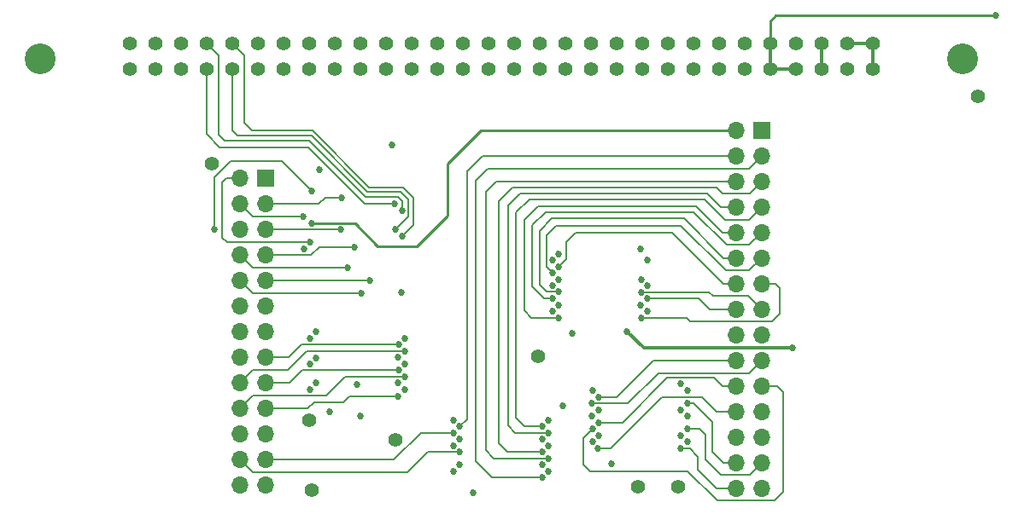
<source format=gbl>
G04 #@! TF.FileFunction,Copper,L4,Bot,Signal*
%FSLAX46Y46*%
G04 Gerber Fmt 4.6, Leading zero omitted, Abs format (unit mm)*
G04 Created by KiCad (PCBNEW 4.0.1-stable) date 2/17/2017 10:30:22 PM*
%MOMM*%
G01*
G04 APERTURE LIST*
%ADD10C,0.100000*%
%ADD11C,1.397000*%
%ADD12C,3.048000*%
%ADD13R,1.700000X1.700000*%
%ADD14O,1.700000X1.700000*%
%ADD15C,0.685800*%
%ADD16C,0.203200*%
%ADD17C,0.152400*%
%ADD18C,0.254000*%
%ADD19C,0.304800*%
G04 APERTURE END LIST*
D10*
D11*
X-36830000Y23704600D03*
X-36830000Y26244600D03*
X-34290000Y23704600D03*
X-34290000Y26244600D03*
X-31750000Y23704600D03*
X-31750000Y26244600D03*
X-29210000Y23704600D03*
X-29210000Y26244600D03*
X-26670000Y23704600D03*
X-26670000Y26244600D03*
X-24130000Y23704600D03*
X-24130000Y26244600D03*
X-21590000Y23704600D03*
X-21590000Y26244600D03*
X-19050000Y23704600D03*
X-19050000Y26244600D03*
X-16510000Y23704600D03*
X-16510000Y26244600D03*
X-13970000Y23704600D03*
X-13970000Y26244600D03*
X-11430000Y23704600D03*
X-11430000Y26244600D03*
X-8890000Y23704600D03*
X-8890000Y26244600D03*
X-6350000Y23704600D03*
X-6350000Y26244600D03*
X-3810000Y23704600D03*
X-3810000Y26244600D03*
X-1270000Y23704600D03*
X-1270000Y26244600D03*
X1270000Y23704600D03*
X1270000Y26244600D03*
X3810000Y23704600D03*
X3810000Y26244600D03*
X6350000Y23704600D03*
X6350000Y26244600D03*
X8890000Y23704600D03*
X8890000Y26244600D03*
X11430000Y23704600D03*
X11430000Y26244600D03*
X13970000Y23704600D03*
X13970000Y26244600D03*
X16510000Y23704600D03*
X16510000Y26244600D03*
X19050000Y23704600D03*
X19050000Y26244600D03*
X21590000Y23704600D03*
X21590000Y26244600D03*
X24130000Y23704600D03*
X24130000Y26244600D03*
X26670000Y23704600D03*
X26670000Y26244600D03*
X29210000Y23704600D03*
X29210000Y26244600D03*
X31750000Y23704600D03*
X31750000Y26244600D03*
X34290000Y23704600D03*
X34290000Y26244600D03*
X36830000Y23704600D03*
X36830000Y26244600D03*
D12*
X45720000Y24720600D03*
X-45720000Y24720600D03*
D13*
X25875000Y17600000D03*
D14*
X23335000Y17600000D03*
X25875000Y15060000D03*
X23335000Y15060000D03*
X25875000Y12520000D03*
X23335000Y12520000D03*
X25875000Y9980000D03*
X23335000Y9980000D03*
X25875000Y7440000D03*
X23335000Y7440000D03*
X25875000Y4900000D03*
X23335000Y4900000D03*
X25875000Y2360000D03*
X23335000Y2360000D03*
X25875000Y-180000D03*
X23335000Y-180000D03*
X25875000Y-2720000D03*
X23335000Y-2720000D03*
X25875000Y-5260000D03*
X23335000Y-5260000D03*
X25875000Y-7800000D03*
X23335000Y-7800000D03*
X25875000Y-10340000D03*
X23335000Y-10340000D03*
X25875000Y-12880000D03*
X23335000Y-12880000D03*
X25875000Y-15420000D03*
X23335000Y-15420000D03*
X25875000Y-17960000D03*
X23335000Y-17960000D03*
D13*
X-23325000Y12800000D03*
D14*
X-25865000Y12800000D03*
X-23325000Y10260000D03*
X-25865000Y10260000D03*
X-23325000Y7720000D03*
X-25865000Y7720000D03*
X-23325000Y5180000D03*
X-25865000Y5180000D03*
X-23325000Y2640000D03*
X-25865000Y2640000D03*
X-23325000Y100000D03*
X-25865000Y100000D03*
X-23325000Y-2440000D03*
X-25865000Y-2440000D03*
X-23325000Y-4980000D03*
X-25865000Y-4980000D03*
X-23325000Y-7520000D03*
X-25865000Y-7520000D03*
X-23325000Y-10060000D03*
X-25865000Y-10060000D03*
X-23325000Y-12600000D03*
X-25865000Y-12600000D03*
X-23325000Y-15140000D03*
X-25865000Y-15140000D03*
X-23325000Y-17680000D03*
X-25865000Y-17680000D03*
D11*
X13589000Y-17805400D03*
X17526000Y-17780000D03*
X-10490200Y-13131800D03*
X-18796000Y-18186400D03*
X3708400Y-4826000D03*
X47294800Y20929600D03*
X-28676600Y14274800D03*
X-19050000Y-11201400D03*
D15*
X-18897600Y6451600D03*
X-18796000Y8356600D03*
X-19583400Y8991600D03*
X-15798800Y10896600D03*
X-18745200Y11531600D03*
X-28371800Y7721600D03*
X-15900400Y7721600D03*
X18455640Y-9540240D03*
X-13919200Y-10769600D03*
X17830800Y-7594600D03*
X13868400Y5791200D03*
X6121400Y-9753600D03*
X-9855200Y1473200D03*
X-10795000Y16103600D03*
X7051040Y-2575560D03*
X10993120Y-15549880D03*
X-2763520Y-18445480D03*
X-19502120Y5821680D03*
X-17002760Y-10358120D03*
X-15240000Y3911600D03*
X-14554200Y5994400D03*
X-13843000Y1397000D03*
X-13030200Y2641600D03*
X-10129520Y-3713480D03*
X-9540240Y-4348480D03*
X-10144760Y-6253480D03*
X-9540240Y-6888480D03*
X-10165080Y-8798560D03*
X-4104640Y-14330680D03*
X-4709160Y-12440920D03*
X-4069080Y-11800840D03*
X4074160Y-16885920D03*
X4699000Y-14975840D03*
X4094480Y-14340840D03*
X4699000Y-12435840D03*
X4109720Y-11800840D03*
X5694680Y-1010920D03*
X5120640Y899160D03*
X5709920Y1539240D03*
X5105400Y3429000D03*
X5745480Y4069080D03*
X13888720Y-1016000D03*
X14513560Y894080D03*
X13909040Y1529080D03*
X9687560Y-8905240D03*
X9047480Y-9545320D03*
X9652000Y-11435080D03*
X9062720Y-12075160D03*
X9636760Y-13985240D03*
X17830800Y-13990320D03*
X-10505440Y10261600D03*
X-9809480Y9621520D03*
X-10444480Y7721600D03*
X-9779000Y7086600D03*
X-18933160Y-8158480D03*
X-18338800Y-7518400D03*
X-18968720Y-5618480D03*
X-18343880Y-4988560D03*
X-18928080Y-3078480D03*
X-9540240Y-3083560D03*
X-10165080Y-4978400D03*
X-9519920Y-5618480D03*
X-10175240Y-7518400D03*
X-9530080Y-8158480D03*
X-4693920Y-16245840D03*
X-4099560Y-15605760D03*
X-4729480Y-13705840D03*
X-4104640Y-13075920D03*
X-4688840Y-11165840D03*
X4709160Y-16245840D03*
X4064000Y-15605760D03*
X4719320Y-13705840D03*
X4074160Y-13065760D03*
X4699000Y-11170920D03*
X5120640Y-375920D03*
X5715000Y264160D03*
X5085080Y2164080D03*
X5709920Y2794000D03*
X5125720Y4704080D03*
X14523720Y-375920D03*
X13878560Y264160D03*
X14533880Y2164080D03*
X13888720Y2804160D03*
X14513560Y4699000D03*
X9067800Y-8270240D03*
X9652000Y-10180320D03*
X9027160Y-10810240D03*
X9657080Y-12710160D03*
X9062720Y-13350240D03*
X18455640Y-8275320D03*
X17830800Y-10170160D03*
X18475960Y-10810240D03*
X18465800Y-13350240D03*
X49072800Y28981400D03*
X5740400Y5339080D03*
X-14310360Y-7691120D03*
X-18313400Y-2443480D03*
X-17957800Y13726160D03*
X12512040Y-2367280D03*
X28874720Y-3992880D03*
X18455640Y-12080240D03*
X17820640Y-12710160D03*
D16*
X-18897600Y6451600D02*
X-27178000Y6451600D01*
X-27255800Y12800000D02*
X-27635200Y12420600D01*
X-27635200Y12420600D02*
X-27635200Y6908800D01*
X-27635200Y6908800D02*
X-27178000Y6451600D01*
X-27255800Y12800000D02*
X-25865000Y12800000D01*
D17*
X-18897600Y6451600D02*
X-18846800Y6451600D01*
D18*
X23335000Y17600000D02*
X-1998640Y17600000D01*
X-14478000Y8356600D02*
X-18796000Y8356600D01*
X-12212320Y6090920D02*
X-14478000Y8356600D01*
X-8336280Y6090920D02*
X-12212320Y6090920D01*
X-5293360Y9133840D02*
X-8336280Y6090920D01*
X-5293360Y14305280D02*
X-5293360Y9133840D01*
X-1998640Y17600000D02*
X-5293360Y14305280D01*
D16*
X-24622000Y9017000D02*
X-19608800Y9017000D01*
X-25865000Y10260000D02*
X-24622000Y9017000D01*
X-19608800Y9017000D02*
X-19583400Y8991600D01*
X-23325000Y10260000D02*
X-18061000Y10260000D01*
X-17424400Y10896600D02*
X-15798800Y10896600D01*
X-18061000Y10260000D02*
X-17424400Y10896600D01*
X-21742400Y14528800D02*
X-18745200Y11531600D01*
X-26797000Y14528800D02*
X-21742400Y14528800D01*
X-28371800Y12954000D02*
X-26797000Y14528800D01*
X-28371800Y7721600D02*
X-28371800Y12954000D01*
X-23325000Y7720000D02*
X-15902000Y7720000D01*
X-15902000Y7720000D02*
X-15900400Y7721600D01*
X19110960Y-9540240D02*
X18455640Y-9540240D01*
X20970240Y-11399520D02*
X19110960Y-9540240D01*
X20970240Y-14376400D02*
X20970240Y-11399520D01*
X23335000Y-15420000D02*
X22013840Y-15420000D01*
X22013840Y-15420000D02*
X20970240Y-14376400D01*
D18*
X-10795000Y16103600D02*
X-10795000Y16078200D01*
D19*
X34290000Y26244600D02*
X36830000Y26244600D01*
X36830000Y26244600D02*
X36830000Y23704600D01*
D16*
X-15240000Y3911600D02*
X-24596600Y3911600D01*
X-24596600Y3911600D02*
X-25865000Y5180000D01*
X-23325000Y5180000D02*
X-18848400Y5180000D01*
X-18034000Y5994400D02*
X-14554200Y5994400D01*
X-18848400Y5180000D02*
X-18034000Y5994400D01*
X-13843000Y1397000D02*
X-24622000Y1397000D01*
X-24622000Y1397000D02*
X-25865000Y2640000D01*
X-23325000Y2640000D02*
X-13031800Y2640000D01*
X-13031800Y2640000D02*
X-13030200Y2641600D01*
D17*
X-23325000Y100000D02*
X-23174200Y-50800D01*
D16*
X-23325000Y-4980000D02*
X-21068360Y-4980000D01*
X-19801840Y-3713480D02*
X-10129520Y-3713480D01*
X-21068360Y-4980000D02*
X-19801840Y-3713480D01*
X-10129520Y-3713480D02*
X-10129520Y-3718560D01*
X-25865000Y-7520000D02*
X-24573080Y-6228080D01*
X-19278600Y-4348480D02*
X-9540240Y-4348480D01*
X-21158200Y-6228080D02*
X-19278600Y-4348480D01*
X-24573080Y-6228080D02*
X-21158200Y-6228080D01*
X-23325000Y-7520000D02*
X-20956600Y-7520000D01*
X-19690080Y-6253480D02*
X-10144760Y-6253480D01*
X-20956600Y-7520000D02*
X-19690080Y-6253480D01*
X-25865000Y-10060000D02*
X-24583240Y-8778240D01*
X-15468600Y-6888480D02*
X-9540240Y-6888480D01*
X-17358360Y-8778240D02*
X-15468600Y-6888480D01*
X-24583240Y-8778240D02*
X-17358360Y-8778240D01*
X-23325000Y-10060000D02*
X-19204000Y-10060000D01*
X-15016480Y-8798560D02*
X-10165080Y-8798560D01*
X-15605760Y-9387840D02*
X-15016480Y-8798560D01*
X-18531840Y-9387840D02*
X-15605760Y-9387840D01*
X-19204000Y-10060000D02*
X-18531840Y-9387840D01*
X-25865000Y-15140000D02*
X-24622000Y-16383000D01*
X-7208520Y-14330680D02*
X-4104640Y-14330680D01*
X-9260840Y-16383000D02*
X-7208520Y-14330680D01*
X-24622000Y-16383000D02*
X-9260840Y-16383000D01*
X-23325000Y-15140000D02*
X-10628960Y-15140000D01*
X-7929880Y-12440920D02*
X-4709160Y-12440920D01*
X-10628960Y-15140000D02*
X-7929880Y-12440920D01*
X-4709160Y-12440920D02*
X-4709160Y-12435840D01*
X23335000Y15060000D02*
X-1866560Y15060000D01*
X-3378200Y-11109960D02*
X-4069080Y-11800840D01*
X-3378200Y13548360D02*
X-3378200Y-11109960D01*
X-1866560Y15060000D02*
X-3378200Y13548360D01*
X-4069080Y-11800840D02*
X-4099560Y-11831320D01*
X25875000Y15060000D02*
X24612280Y13797280D01*
X-873760Y-16885920D02*
X4074160Y-16885920D01*
X-2504440Y-15255240D02*
X-873760Y-16885920D01*
X-2504440Y12578080D02*
X-2504440Y-15255240D01*
X-1285240Y13797280D02*
X-2504440Y12578080D01*
X24612280Y13797280D02*
X-1285240Y13797280D01*
X23335000Y12520000D02*
X-459400Y12520000D01*
X-711200Y-14975840D02*
X4699000Y-14975840D01*
X-1518920Y-14168120D02*
X-711200Y-14975840D01*
X-1518920Y11460480D02*
X-1518920Y-14168120D01*
X-459400Y12520000D02*
X-1518920Y11460480D01*
X25875000Y12520000D02*
X24642760Y11287760D01*
X-223520Y9479280D02*
X-223520Y-13477240D01*
X-223520Y-13477240D02*
X640080Y-14340840D01*
X640080Y-14340840D02*
X4094480Y-14340840D01*
X-223520Y10571480D02*
X-223520Y9479280D01*
X1117600Y11912600D02*
X-223520Y10571480D01*
X21381720Y11912600D02*
X1117600Y11912600D01*
X22006560Y11287760D02*
X21381720Y11912600D01*
X24642760Y11287760D02*
X22006560Y11287760D01*
X1940560Y11328400D02*
X711200Y10099040D01*
X711200Y-11755120D02*
X711200Y10099040D01*
X21815720Y9980000D02*
X20467320Y11328400D01*
X20467320Y11328400D02*
X1940560Y11328400D01*
X1391920Y-12435840D02*
X4699000Y-12435840D01*
X711200Y-11755120D02*
X1391920Y-12435840D01*
X21815720Y9980000D02*
X23335000Y9980000D01*
X2352040Y-11800840D02*
X1468120Y-10916920D01*
X24617360Y8722360D02*
X22245320Y8722360D01*
X22245320Y8722360D02*
X20208240Y10759440D01*
X25875000Y9980000D02*
X24617360Y8722360D01*
X2372360Y-11800840D02*
X4109720Y-11800840D01*
X2352040Y-11800840D02*
X2372360Y-11800840D01*
X2814320Y10759440D02*
X1468120Y9413240D01*
X20208240Y10759440D02*
X2814320Y10759440D01*
X1468120Y-10916920D02*
X1468120Y9413240D01*
X4109720Y-11800840D02*
X4109720Y-11805920D01*
X3703320Y10078720D02*
X2321560Y8696960D01*
X2321560Y8696960D02*
X2321560Y-304800D01*
X22003680Y7440000D02*
X19364960Y10078720D01*
X19364960Y10078720D02*
X3703320Y10078720D01*
X3027680Y-1010920D02*
X5694680Y-1010920D01*
X2321560Y-304800D02*
X3027680Y-1010920D01*
X22003680Y7440000D02*
X23335000Y7440000D01*
X3098800Y8173720D02*
X3098800Y2082800D01*
X24627520Y6192520D02*
X22367240Y6192520D01*
X22367240Y6192520D02*
X19075400Y9484360D01*
X19075400Y9484360D02*
X4409440Y9484360D01*
X4409440Y9484360D02*
X3098800Y8173720D01*
X4282440Y899160D02*
X5120640Y899160D01*
X3098800Y2082800D02*
X4282440Y899160D01*
X24627520Y6192520D02*
X25875000Y7440000D01*
X3820160Y7609840D02*
X3820160Y2245360D01*
X22064640Y4900000D02*
X18135600Y8829040D01*
X18135600Y8829040D02*
X5039360Y8829040D01*
X5039360Y8829040D02*
X3820160Y7609840D01*
X4526280Y1539240D02*
X5709920Y1539240D01*
X3820160Y2245360D02*
X4526280Y1539240D01*
X22064640Y4900000D02*
X23335000Y4900000D01*
X4516122Y7167882D02*
X4516122Y4018278D01*
X25875000Y4900000D02*
X24632600Y3657600D01*
X4516122Y4018278D02*
X5105400Y3429000D01*
X5461000Y8112760D02*
X4516122Y7167882D01*
X17810480Y8112760D02*
X5461000Y8112760D01*
X22265640Y3657600D02*
X17810480Y8112760D01*
X24632600Y3657600D02*
X22265640Y3657600D01*
X5105400Y3429000D02*
X5105400Y3434080D01*
X23335000Y2360000D02*
X22024000Y2360000D01*
X6482080Y4805680D02*
X5745480Y4069080D01*
X6482080Y6461760D02*
X6482080Y4805680D01*
X7416800Y7396480D02*
X6482080Y6461760D01*
X16987520Y7396480D02*
X7416800Y7396480D01*
X22024000Y2360000D02*
X16987520Y7396480D01*
X5745480Y4069080D02*
X5715000Y4038600D01*
X18384520Y-1016000D02*
X18790920Y-1422400D01*
X18384520Y-1016000D02*
X13888720Y-1016000D01*
X26857960Y-1422400D02*
X27660600Y-619760D01*
X18790920Y-1422400D02*
X26857960Y-1422400D01*
X25875000Y2360000D02*
X27180200Y2360000D01*
X27660600Y1879600D02*
X27660600Y-619760D01*
X27180200Y2360000D02*
X27660600Y1879600D01*
X23335000Y-180000D02*
X20682880Y-180000D01*
X19608800Y894080D02*
X14513560Y894080D01*
X20682880Y-180000D02*
X19608800Y894080D01*
X25875000Y-180000D02*
X24546920Y1148080D01*
X20634960Y1529080D02*
X13909040Y1529080D01*
X21015960Y1148080D02*
X20634960Y1529080D01*
X24546920Y1148080D02*
X21015960Y1148080D01*
X23335000Y-5260000D02*
X15100640Y-5260000D01*
X11455400Y-8905240D02*
X9687560Y-8905240D01*
X15100640Y-5260000D02*
X11455400Y-8905240D01*
X9687560Y-8905240D02*
X9657080Y-8935720D01*
X25875000Y-5260000D02*
X24617360Y-6517640D01*
X12578080Y-9545320D02*
X9047480Y-9545320D01*
X15605760Y-6517640D02*
X12578080Y-9545320D01*
X24617360Y-6517640D02*
X15605760Y-6517640D01*
X9047480Y-9545320D02*
X9047480Y-9540240D01*
X23335000Y-7800000D02*
X21973200Y-7800000D01*
X21973200Y-7800000D02*
X21153120Y-6979920D01*
X21153120Y-6979920D02*
X16474440Y-6979920D01*
X12019280Y-11435080D02*
X9652000Y-11435080D01*
X16474440Y-6979920D02*
X12019280Y-11435080D01*
X25875000Y-7800000D02*
X27347840Y-7800000D01*
X8173720Y-12964160D02*
X9062720Y-12075160D01*
X8173720Y-15600680D02*
X8173720Y-12964160D01*
X8829040Y-16256000D02*
X8173720Y-15600680D01*
X18470880Y-16256000D02*
X8829040Y-16256000D01*
X21417280Y-19202400D02*
X18470880Y-16256000D01*
X27142440Y-19202400D02*
X21417280Y-19202400D01*
X28000960Y-18343880D02*
X27142440Y-19202400D01*
X28000960Y-8453120D02*
X28000960Y-18343880D01*
X27347840Y-7800000D02*
X28000960Y-8453120D01*
X23335000Y-10340000D02*
X21343280Y-10340000D01*
X21343280Y-10340000D02*
X19903440Y-8900160D01*
X19903440Y-8900160D02*
X15986760Y-8900160D01*
X10901680Y-13985240D02*
X9636760Y-13985240D01*
X15986760Y-8900160D02*
X10901680Y-13985240D01*
X23335000Y-17960000D02*
X21363600Y-17960000D01*
X21363600Y-17960000D02*
X19552920Y-16149320D01*
X19552920Y-16149320D02*
X19552920Y-14808200D01*
X18735040Y-13990320D02*
X17830800Y-13990320D01*
X19552920Y-14808200D02*
X18735040Y-13990320D01*
D19*
X31750000Y26244600D02*
X31750000Y23704600D01*
D16*
X-29210000Y17251680D02*
X-29210000Y23704600D01*
X-27879040Y15920720D02*
X-29210000Y17251680D01*
X-19126200Y15920720D02*
X-27879040Y15920720D01*
X-13467080Y10261600D02*
X-19126200Y15920720D01*
X-10505440Y10261600D02*
X-13467080Y10261600D01*
X-28021280Y25055880D02*
X-29210000Y26244600D01*
X-28021280Y17160240D02*
X-28021280Y25055880D01*
X-27391360Y16530320D02*
X-28021280Y17160240D01*
X-18989040Y16530320D02*
X-27391360Y16530320D01*
X-13421360Y10962640D02*
X-18989040Y16530320D01*
X-10195560Y10962640D02*
X-13421360Y10962640D01*
X-9809480Y10576560D02*
X-10195560Y10962640D01*
X-9809480Y9621520D02*
X-9809480Y10576560D01*
X-26670000Y17602200D02*
X-26670000Y23704600D01*
X-26131520Y17063720D02*
X-26670000Y17602200D01*
X-18785840Y17063720D02*
X-26131520Y17063720D01*
X-13223240Y11501120D02*
X-18785840Y17063720D01*
X-9951720Y11501120D02*
X-13223240Y11501120D01*
X-9149080Y10698480D02*
X-9951720Y11501120D01*
X-9149080Y9017000D02*
X-9149080Y10698480D01*
X-10444480Y7721600D02*
X-9149080Y9017000D01*
X-25476200Y25050800D02*
X-26670000Y26244600D01*
X-25476200Y18343880D02*
X-25476200Y25050800D01*
X-24709120Y17576800D02*
X-25476200Y18343880D01*
X-18709640Y17576800D02*
X-24709120Y17576800D01*
X-13070840Y11938000D02*
X-18709640Y17576800D01*
X-9738360Y11938000D02*
X-13070840Y11938000D01*
X-8661400Y10861040D02*
X-9738360Y11938000D01*
X-8661400Y8204200D02*
X-8661400Y10861040D01*
X-9779000Y7086600D02*
X-8661400Y8204200D01*
X-10175240Y-7518400D02*
X-10175240Y-7523480D01*
X4064000Y-15605760D02*
X4064000Y-15610840D01*
X13878560Y264160D02*
X13878560Y259080D01*
D18*
X26670000Y28422600D02*
X26670000Y26244600D01*
X27228800Y28981400D02*
X26670000Y28422600D01*
X49072800Y28981400D02*
X27228800Y28981400D01*
D19*
X26670000Y26244600D02*
X26670000Y23704600D01*
X26670000Y23704600D02*
X29210000Y23704600D01*
X12512040Y-2367280D02*
X14137640Y-3992880D01*
X14137640Y-3992880D02*
X28874720Y-3992880D01*
D16*
X25875000Y-15420000D02*
X24637680Y-16657320D01*
X19669760Y-12080240D02*
X18455640Y-12080240D01*
X20253960Y-12664440D02*
X19669760Y-12080240D01*
X20253960Y-15123160D02*
X20253960Y-12664440D01*
X21788120Y-16657320D02*
X20253960Y-15123160D01*
X24637680Y-16657320D02*
X21788120Y-16657320D01*
X17820640Y-12710160D02*
X17820640Y-12715240D01*
M02*

</source>
